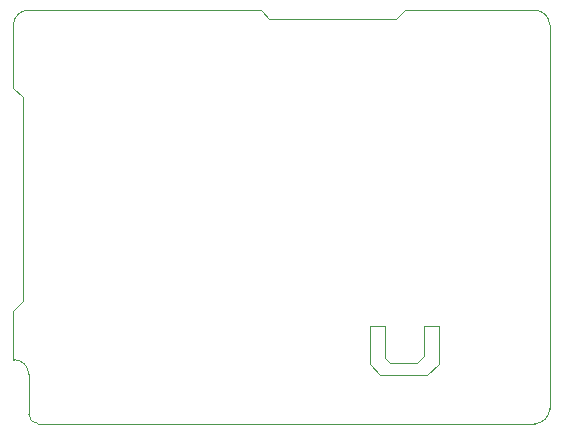
<source format=gm1>
%FSLAX44Y44*%
%MOMM*%
G71*
G01*
G75*
G04 Layer_Color=16711935*
G04:AMPARAMS|DCode=10|XSize=2.8194mm|YSize=1.016mm|CornerRadius=0.508mm|HoleSize=0mm|Usage=FLASHONLY|Rotation=90.000|XOffset=0mm|YOffset=0mm|HoleType=Round|Shape=RoundedRectangle|*
%AMROUNDEDRECTD10*
21,1,2.8194,0.0000,0,0,90.0*
21,1,1.8034,1.0160,0,0,90.0*
1,1,1.0160,0.0000,0.9017*
1,1,1.0160,0.0000,-0.9017*
1,1,1.0160,0.0000,-0.9017*
1,1,1.0160,0.0000,0.9017*
%
%ADD10ROUNDEDRECTD10*%
G04:AMPARAMS|DCode=11|XSize=0.6096mm|YSize=1.7018mm|CornerRadius=0.3048mm|HoleSize=0mm|Usage=FLASHONLY|Rotation=0.000|XOffset=0mm|YOffset=0mm|HoleType=Round|Shape=RoundedRectangle|*
%AMROUNDEDRECTD11*
21,1,0.6096,1.0922,0,0,0.0*
21,1,0.0000,1.7018,0,0,0.0*
1,1,0.6096,0.0000,-0.5461*
1,1,0.6096,0.0000,-0.5461*
1,1,0.6096,0.0000,0.5461*
1,1,0.6096,0.0000,0.5461*
%
%ADD11ROUNDEDRECTD11*%
G04:AMPARAMS|DCode=12|XSize=0.508mm|YSize=0.6096mm|CornerRadius=0mm|HoleSize=0mm|Usage=FLASHONLY|Rotation=45.000|XOffset=0mm|YOffset=0mm|HoleType=Round|Shape=Rectangle|*
%AMROTATEDRECTD12*
4,1,4,0.0359,-0.3951,-0.3951,0.0359,-0.0359,0.3951,0.3951,-0.0359,0.0359,-0.3951,0.0*
%
%ADD12ROTATEDRECTD12*%

G04:AMPARAMS|DCode=13|XSize=0.3mm|YSize=1.8mm|CornerRadius=0mm|HoleSize=0mm|Usage=FLASHONLY|Rotation=225.000|XOffset=0mm|YOffset=0mm|HoleType=Round|Shape=Round|*
%AMOVALD13*
21,1,1.5000,0.3000,0.0000,0.0000,315.0*
1,1,0.3000,-0.5303,0.5303*
1,1,0.3000,0.5303,-0.5303*
%
%ADD13OVALD13*%

G04:AMPARAMS|DCode=14|XSize=0.3mm|YSize=1.8mm|CornerRadius=0mm|HoleSize=0mm|Usage=FLASHONLY|Rotation=315.000|XOffset=0mm|YOffset=0mm|HoleType=Round|Shape=Round|*
%AMOVALD14*
21,1,1.5000,0.3000,0.0000,0.0000,45.0*
1,1,0.3000,-0.5303,-0.5303*
1,1,0.3000,0.5303,0.5303*
%
%ADD14OVALD14*%

%ADD15R,0.6096X0.5080*%
%ADD16R,0.5080X0.6096*%
G04:AMPARAMS|DCode=17|XSize=0.508mm|YSize=0.6096mm|CornerRadius=0.127mm|HoleSize=0mm|Usage=FLASHONLY|Rotation=225.000|XOffset=0mm|YOffset=0mm|HoleType=Round|Shape=RoundedRectangle|*
%AMROUNDEDRECTD17*
21,1,0.5080,0.3556,0,0,225.0*
21,1,0.2540,0.6096,0,0,225.0*
1,1,0.2540,-0.2155,0.0359*
1,1,0.2540,-0.0359,0.2155*
1,1,0.2540,0.2155,-0.0359*
1,1,0.2540,0.0359,-0.2155*
%
%ADD17ROUNDEDRECTD17*%
%ADD18R,0.4318X1.3208*%
G04:AMPARAMS|DCode=19|XSize=0.6096mm|YSize=0.9144mm|CornerRadius=0.1524mm|HoleSize=0mm|Usage=FLASHONLY|Rotation=270.000|XOffset=0mm|YOffset=0mm|HoleType=Round|Shape=RoundedRectangle|*
%AMROUNDEDRECTD19*
21,1,0.6096,0.6096,0,0,270.0*
21,1,0.3048,0.9144,0,0,270.0*
1,1,0.3048,-0.3048,-0.1524*
1,1,0.3048,-0.3048,0.1524*
1,1,0.3048,0.3048,0.1524*
1,1,0.3048,0.3048,-0.1524*
%
%ADD19ROUNDEDRECTD19*%
G04:AMPARAMS|DCode=20|XSize=0.508mm|YSize=0.6096mm|CornerRadius=0.127mm|HoleSize=0mm|Usage=FLASHONLY|Rotation=90.000|XOffset=0mm|YOffset=0mm|HoleType=Round|Shape=RoundedRectangle|*
%AMROUNDEDRECTD20*
21,1,0.5080,0.3556,0,0,90.0*
21,1,0.2540,0.6096,0,0,90.0*
1,1,0.2540,0.1778,0.1270*
1,1,0.2540,0.1778,-0.1270*
1,1,0.2540,-0.1778,-0.1270*
1,1,0.2540,-0.1778,0.1270*
%
%ADD20ROUNDEDRECTD20*%
G04:AMPARAMS|DCode=21|XSize=0.4572mm|YSize=0.2286mm|CornerRadius=0.0572mm|HoleSize=0mm|Usage=FLASHONLY|Rotation=180.000|XOffset=0mm|YOffset=0mm|HoleType=Round|Shape=RoundedRectangle|*
%AMROUNDEDRECTD21*
21,1,0.4572,0.1143,0,0,180.0*
21,1,0.3429,0.2286,0,0,180.0*
1,1,0.1143,-0.1714,0.0572*
1,1,0.1143,0.1714,0.0572*
1,1,0.1143,0.1714,-0.0572*
1,1,0.1143,-0.1714,-0.0572*
%
%ADD21ROUNDEDRECTD21*%
G04:AMPARAMS|DCode=22|XSize=0.4572mm|YSize=0.2286mm|CornerRadius=0.0572mm|HoleSize=0mm|Usage=FLASHONLY|Rotation=90.000|XOffset=0mm|YOffset=0mm|HoleType=Round|Shape=RoundedRectangle|*
%AMROUNDEDRECTD22*
21,1,0.4572,0.1143,0,0,90.0*
21,1,0.3429,0.2286,0,0,90.0*
1,1,0.1143,0.0572,0.1714*
1,1,0.1143,0.0572,-0.1714*
1,1,0.1143,-0.0572,-0.1714*
1,1,0.1143,-0.0572,0.1714*
%
%ADD22ROUNDEDRECTD22*%
%ADD23R,0.9144X1.6002*%
G04:AMPARAMS|DCode=24|XSize=0.9144mm|YSize=1.6002mm|CornerRadius=0mm|HoleSize=0mm|Usage=FLASHONLY|Rotation=315.000|XOffset=0mm|YOffset=0mm|HoleType=Round|Shape=Rectangle|*
%AMROTATEDRECTD24*
4,1,4,-0.8891,-0.2425,0.2425,0.8891,0.8891,0.2425,-0.2425,-0.8891,-0.8891,-0.2425,0.0*
%
%ADD24ROTATEDRECTD24*%

%ADD25R,0.4064X0.4064*%
%ADD26R,0.6096X0.6096*%
%ADD27R,0.4572X1.7018*%
%ADD28R,0.4064X0.4064*%
%ADD29R,0.6096X0.6096*%
G04:AMPARAMS|DCode=30|XSize=1.4224mm|YSize=1.2192mm|CornerRadius=0mm|HoleSize=0mm|Usage=FLASHONLY|Rotation=315.019|XOffset=0mm|YOffset=0mm|HoleType=Round|Shape=Rectangle|*
%AMROTATEDRECTD30*
4,1,4,-0.9340,0.0715,-0.0722,0.9339,0.9340,-0.0715,0.0722,-0.9339,-0.9340,0.0715,0.0*
%
%ADD30ROTATEDRECTD30*%

%ADD31R,0.8128X0.8128*%
%ADD32R,1.1176X2.0066*%
%ADD33R,0.9144X0.7112*%
G04:AMPARAMS|DCode=34|XSize=0.7112mm|YSize=0.9144mm|CornerRadius=0.1778mm|HoleSize=0mm|Usage=FLASHONLY|Rotation=90.000|XOffset=0mm|YOffset=0mm|HoleType=Round|Shape=RoundedRectangle|*
%AMROUNDEDRECTD34*
21,1,0.7112,0.5588,0,0,90.0*
21,1,0.3556,0.9144,0,0,90.0*
1,1,0.3556,0.2794,0.1778*
1,1,0.3556,0.2794,-0.1778*
1,1,0.3556,-0.2794,-0.1778*
1,1,0.3556,-0.2794,0.1778*
%
%ADD34ROUNDEDRECTD34*%
G04:AMPARAMS|DCode=35|XSize=0.508mm|YSize=0.6096mm|CornerRadius=0mm|HoleSize=0mm|Usage=FLASHONLY|Rotation=270.010|XOffset=0mm|YOffset=0mm|HoleType=Round|Shape=Rectangle|*
%AMROTATEDRECTD35*
4,1,4,-0.3048,0.2540,0.3048,0.2541,0.3048,-0.2540,-0.3048,-0.2541,-0.3048,0.2540,0.0*
%
%ADD35ROTATEDRECTD35*%

G04:AMPARAMS|DCode=36|XSize=0.4064mm|YSize=1.0414mm|CornerRadius=0mm|HoleSize=0mm|Usage=FLASHONLY|Rotation=135.009|XOffset=0mm|YOffset=0mm|HoleType=Round|Shape=Rectangle|*
%AMROTATEDRECTD36*
4,1,4,0.5118,0.2246,-0.2244,-0.5119,-0.5118,-0.2246,0.2244,0.5119,0.5118,0.2246,0.0*
%
%ADD36ROTATEDRECTD36*%

G04:AMPARAMS|DCode=37|XSize=0.7112mm|YSize=0.9144mm|CornerRadius=0mm|HoleSize=0mm|Usage=FLASHONLY|Rotation=0.002|XOffset=0mm|YOffset=0mm|HoleType=Round|Shape=Rectangle|*
%AMROTATEDRECTD37*
4,1,4,-0.3556,-0.4572,-0.3556,0.4572,0.3556,0.4572,0.3556,-0.4572,-0.3556,-0.4572,0.0*
%
%ADD37ROTATEDRECTD37*%

%ADD38P,1.1495X4X315.0*%
G04:AMPARAMS|DCode=39|XSize=0.6604mm|YSize=0.3048mm|CornerRadius=0mm|HoleSize=0mm|Usage=FLASHONLY|Rotation=270.002|XOffset=0mm|YOffset=0mm|HoleType=Round|Shape=Rectangle|*
%AMROTATEDRECTD39*
4,1,4,-0.1524,0.3302,0.1524,0.3302,0.1524,-0.3302,-0.1524,-0.3302,-0.1524,0.3302,0.0*
%
%ADD39ROTATEDRECTD39*%

G04:AMPARAMS|DCode=40|XSize=0.6604mm|YSize=0.3048mm|CornerRadius=0mm|HoleSize=0mm|Usage=FLASHONLY|Rotation=180.002|XOffset=0mm|YOffset=0mm|HoleType=Round|Shape=Rectangle|*
%AMROTATEDRECTD40*
4,1,4,0.3302,0.1524,0.3302,-0.1524,-0.3302,-0.1524,-0.3302,0.1524,0.3302,0.1524,0.0*
%
%ADD40ROTATEDRECTD40*%

G04:AMPARAMS|DCode=41|XSize=0.7112mm|YSize=1.016mm|CornerRadius=0mm|HoleSize=0mm|Usage=FLASHONLY|Rotation=90.010|XOffset=0mm|YOffset=0mm|HoleType=Round|Shape=Rectangle|*
%AMROTATEDRECTD41*
4,1,4,0.5081,-0.3555,-0.5079,-0.3557,-0.5081,0.3555,0.5079,0.3557,0.5081,-0.3555,0.0*
%
%ADD41ROTATEDRECTD41*%

G04:AMPARAMS|DCode=42|XSize=0.7112mm|YSize=1.016mm|CornerRadius=0.1778mm|HoleSize=0mm|Usage=FLASHONLY|Rotation=90.010|XOffset=0mm|YOffset=0mm|HoleType=Round|Shape=RoundedRectangle|*
%AMROUNDEDRECTD42*
21,1,0.7112,0.6604,0,0,90.0*
21,1,0.3556,1.0160,0,0,90.0*
1,1,0.3556,0.3302,0.1779*
1,1,0.3556,0.3302,-0.1777*
1,1,0.3556,-0.3302,-0.1779*
1,1,0.3556,-0.3302,0.1777*
%
%ADD42ROUNDEDRECTD42*%
%ADD43R,0.4318X2.0066*%
%ADD44R,2.0066X0.4318*%
%ADD45R,3.5052X0.4318*%
G04:AMPARAMS|DCode=46|XSize=0.7112mm|YSize=0.9144mm|CornerRadius=0mm|HoleSize=0mm|Usage=FLASHONLY|Rotation=135.009|XOffset=0mm|YOffset=0mm|HoleType=Round|Shape=Rectangle|*
%AMROTATEDRECTD46*
4,1,4,0.5747,0.0719,-0.0717,-0.5747,-0.5747,-0.0719,0.0717,0.5747,0.5747,0.0719,0.0*
%
%ADD46ROTATEDRECTD46*%

G04:AMPARAMS|DCode=47|XSize=0.508mm|YSize=0.6096mm|CornerRadius=0mm|HoleSize=0mm|Usage=FLASHONLY|Rotation=0.002|XOffset=0mm|YOffset=0mm|HoleType=Round|Shape=Rectangle|*
%AMROTATEDRECTD47*
4,1,4,-0.2540,-0.3048,-0.2540,0.3048,0.2540,0.3048,0.2540,-0.3048,-0.2540,-0.3048,0.0*
%
%ADD47ROTATEDRECTD47*%

G04:AMPARAMS|DCode=48|XSize=0.6096mm|YSize=0.9144mm|CornerRadius=0.1524mm|HoleSize=0mm|Usage=FLASHONLY|Rotation=180.000|XOffset=0mm|YOffset=0mm|HoleType=Round|Shape=RoundedRectangle|*
%AMROUNDEDRECTD48*
21,1,0.6096,0.6096,0,0,180.0*
21,1,0.3048,0.9144,0,0,180.0*
1,1,0.3048,-0.1524,0.3048*
1,1,0.3048,0.1524,0.3048*
1,1,0.3048,0.1524,-0.3048*
1,1,0.3048,-0.1524,-0.3048*
%
%ADD48ROUNDEDRECTD48*%
G04:AMPARAMS|DCode=49|XSize=0.6096mm|YSize=0.9144mm|CornerRadius=0.1524mm|HoleSize=0mm|Usage=FLASHONLY|Rotation=45.000|XOffset=0mm|YOffset=0mm|HoleType=Round|Shape=RoundedRectangle|*
%AMROUNDEDRECTD49*
21,1,0.6096,0.6096,0,0,45.0*
21,1,0.3048,0.9144,0,0,45.0*
1,1,0.3048,0.3233,-0.1078*
1,1,0.3048,0.1078,-0.3233*
1,1,0.3048,-0.3233,0.1078*
1,1,0.3048,-0.1078,0.3233*
%
%ADD49ROUNDEDRECTD49*%
G04:AMPARAMS|DCode=50|XSize=0.7112mm|YSize=0.9144mm|CornerRadius=0mm|HoleSize=0mm|Usage=FLASHONLY|Rotation=45.011|XOffset=0mm|YOffset=0mm|HoleType=Round|Shape=Rectangle|*
%AMROTATEDRECTD50*
4,1,4,0.0720,-0.5747,-0.5747,0.0717,-0.0720,0.5747,0.5747,-0.0717,0.0720,-0.5747,0.0*
%
%ADD50ROTATEDRECTD50*%

G04:AMPARAMS|DCode=51|XSize=0.7112mm|YSize=0.9144mm|CornerRadius=0mm|HoleSize=0mm|Usage=FLASHONLY|Rotation=0.010|XOffset=0mm|YOffset=0mm|HoleType=Round|Shape=Rectangle|*
%AMROTATEDRECTD51*
4,1,4,-0.3555,-0.4573,-0.3557,0.4571,0.3555,0.4573,0.3557,-0.4571,-0.3555,-0.4573,0.0*
%
%ADD51ROTATEDRECTD51*%

G04:AMPARAMS|DCode=52|XSize=1.4224mm|YSize=1.0668mm|CornerRadius=0mm|HoleSize=0mm|Usage=FLASHONLY|Rotation=270.010|XOffset=0mm|YOffset=0mm|HoleType=Round|Shape=Rectangle|*
%AMROTATEDRECTD52*
4,1,4,-0.5335,0.7111,0.5333,0.7113,0.5335,-0.7111,-0.5333,-0.7113,-0.5335,0.7111,0.0*
%
%ADD52ROTATEDRECTD52*%

G04:AMPARAMS|DCode=53|XSize=0.7112mm|YSize=0.9144mm|CornerRadius=0mm|HoleSize=0mm|Usage=FLASHONLY|Rotation=90.010|XOffset=0mm|YOffset=0mm|HoleType=Round|Shape=Rectangle|*
%AMROTATEDRECTD53*
4,1,4,0.4573,-0.3555,-0.4571,-0.3557,-0.4573,0.3555,0.4571,0.3557,0.4573,-0.3555,0.0*
%
%ADD53ROTATEDRECTD53*%

G04:AMPARAMS|DCode=54|XSize=0.508mm|YSize=0.6096mm|CornerRadius=0mm|HoleSize=0mm|Usage=FLASHONLY|Rotation=135.000|XOffset=0mm|YOffset=0mm|HoleType=Round|Shape=Rectangle|*
%AMROTATEDRECTD54*
4,1,4,0.3951,0.0359,-0.0359,-0.3951,-0.3951,-0.0359,0.0359,0.3951,0.3951,0.0359,0.0*
%
%ADD54ROTATEDRECTD54*%

G04:AMPARAMS|DCode=55|XSize=0.5588mm|YSize=1.2192mm|CornerRadius=0.1397mm|HoleSize=0mm|Usage=FLASHONLY|Rotation=0.002|XOffset=0mm|YOffset=0mm|HoleType=Round|Shape=RoundedRectangle|*
%AMROUNDEDRECTD55*
21,1,0.5588,0.9398,0,0,0.0*
21,1,0.2794,1.2192,0,0,0.0*
1,1,0.2794,0.1397,-0.4699*
1,1,0.2794,-0.1397,-0.4699*
1,1,0.2794,-0.1397,0.4699*
1,1,0.2794,0.1397,0.4699*
%
%ADD55ROUNDEDRECTD55*%
G04:AMPARAMS|DCode=56|XSize=0.5588mm|YSize=1.2192mm|CornerRadius=0mm|HoleSize=0mm|Usage=FLASHONLY|Rotation=0.002|XOffset=0mm|YOffset=0mm|HoleType=Round|Shape=Rectangle|*
%AMROTATEDRECTD56*
4,1,4,-0.2794,-0.6096,-0.2794,0.6096,0.2794,0.6096,0.2794,-0.6096,-0.2794,-0.6096,0.0*
%
%ADD56ROTATEDRECTD56*%

G04:AMPARAMS|DCode=57|XSize=0.508mm|YSize=0.6096mm|CornerRadius=0mm|HoleSize=0mm|Usage=FLASHONLY|Rotation=135.009|XOffset=0mm|YOffset=0mm|HoleType=Round|Shape=Rectangle|*
%AMROTATEDRECTD57*
4,1,4,0.3951,0.0360,-0.0359,-0.3951,-0.3951,-0.0360,0.0359,0.3951,0.3951,0.0360,0.0*
%
%ADD57ROTATEDRECTD57*%

%ADD58R,1.4986X2.1082*%
%ADD59R,2.3876X1.9050*%
%ADD60R,1.1938X1.9050*%
%ADD61R,1.0160X1.1176*%
%ADD62R,1.3208X0.7112*%
%ADD63R,1.6002X0.9144*%
%ADD64C,0.1270*%
%ADD65C,0.3000*%
%ADD66C,0.5000*%
%ADD67C,0.7000*%
%ADD68C,0.2540*%
%ADD69C,0.3810*%
%ADD70O,2.5400X7.0000*%
%ADD71C,1.5000*%
%ADD72R,1.5000X1.5000*%
%ADD73C,4.1148*%
%ADD74C,4.6863*%
%ADD75R,1.2192X1.2192*%
%ADD76C,1.2192*%
%ADD77C,3.0861*%
%ADD78C,2.0860*%
G04:AMPARAMS|DCode=79|XSize=1.5mm|YSize=1mm|CornerRadius=0.25mm|HoleSize=0mm|Usage=FLASHONLY|Rotation=180.000|XOffset=0mm|YOffset=0mm|HoleType=Round|Shape=RoundedRectangle|*
%AMROUNDEDRECTD79*
21,1,1.5000,0.5000,0,0,180.0*
21,1,1.0000,1.0000,0,0,180.0*
1,1,0.5000,-0.5000,0.2500*
1,1,0.5000,0.5000,0.2500*
1,1,0.5000,0.5000,-0.2500*
1,1,0.5000,-0.5000,-0.2500*
%
%ADD79ROUNDEDRECTD79*%
%ADD80C,0.4500*%
%ADD81O,3.0000X9.0000*%
%ADD82R,0.7366X2.5000*%
%ADD83R,0.7366X2.7940*%
G04:AMPARAMS|DCode=84|XSize=1.016mm|YSize=1.016mm|CornerRadius=0.508mm|HoleSize=0mm|Usage=FLASHONLY|Rotation=90.000|XOffset=0mm|YOffset=0mm|HoleType=Round|Shape=RoundedRectangle|*
%AMROUNDEDRECTD84*
21,1,1.0160,0.0000,0,0,90.0*
21,1,0.0000,1.0160,0,0,90.0*
1,1,1.0160,0.0000,0.0000*
1,1,1.0160,0.0000,0.0000*
1,1,1.0160,0.0000,0.0000*
1,1,1.0160,0.0000,0.0000*
%
%ADD84ROUNDEDRECTD84*%
G04:AMPARAMS|DCode=85|XSize=1.27mm|YSize=1.27mm|CornerRadius=0.635mm|HoleSize=0mm|Usage=FLASHONLY|Rotation=90.000|XOffset=0mm|YOffset=0mm|HoleType=Round|Shape=RoundedRectangle|*
%AMROUNDEDRECTD85*
21,1,1.2700,0.0000,0,0,90.0*
21,1,0.0000,1.2700,0,0,90.0*
1,1,1.2700,0.0000,0.0000*
1,1,1.2700,0.0000,0.0000*
1,1,1.2700,0.0000,0.0000*
1,1,1.2700,0.0000,0.0000*
%
%ADD85ROUNDEDRECTD85*%
%ADD86C,0.0127*%
%ADD87C,0.6000*%
%ADD88C,0.2500*%
%ADD89C,0.1016*%
%ADD90C,0.3048*%
%ADD91C,0.2032*%
%ADD92C,0.0000*%
%ADD93C,0.0130*%
%ADD94C,0.2000*%
%ADD95C,0.1524*%
%ADD96C,0.5080*%
%ADD97C,1.6002*%
%ADD98C,0.4064*%
%ADD99R,0.0124X0.0218*%
%ADD100R,0.0232X0.0193*%
%ADD101R,0.0122X0.1005*%
%ADD102R,0.0225X0.1053*%
%ADD103R,1.3257X0.0530*%
%ADD104R,0.0055X0.0608*%
%ADD105R,0.7226X0.1174*%
%ADD106R,0.0406X0.0331*%
%ADD107R,0.0126X0.0144*%
%ADD108R,0.0245X0.0060*%
%ADD109R,0.0323X0.0218*%
%ADD110R,0.0323X0.0207*%
%ADD111R,0.0082X0.0146*%
%ADD112R,0.0254X0.0212*%
%ADD113R,0.0044X0.0416*%
%ADD114R,0.0337X0.0459*%
%ADD115R,0.0049X0.0274*%
%ADD116R,0.0497X0.0384*%
%ADD117R,0.0472X0.0218*%
%ADD118R,0.0427X0.0300*%
%ADD119R,0.0572X0.0286*%
%ADD120R,0.0335X0.0872*%
%ADD121R,0.0398X0.0221*%
%ADD122R,0.0732X0.0568*%
%ADD123R,0.0288X0.0181*%
%ADD124R,0.0393X0.0104*%
%ADD125R,0.0484X0.0328*%
%ADD126R,0.0541X0.0809*%
%ADD127R,0.0479X0.0922*%
%ADD128R,0.0304X0.0082*%
%ADD129R,0.0294X0.1092*%
%ADD130R,0.0278X0.0228*%
%ADD131R,0.0168X0.0271*%
%ADD132R,0.0227X0.0739*%
%ADD133R,0.0521X0.0883*%
%ADD134R,0.0356X0.1063*%
%ADD135R,0.0039X0.0299*%
%ADD136R,0.0735X0.0567*%
%ADD137R,0.0876X0.0324*%
%ADD138R,0.1143X0.0771*%
%ADD139R,0.0019X0.0732*%
%ADD140R,0.0077X0.0288*%
%ADD141R,0.0432X0.0393*%
%ADD142R,0.0587X0.0587*%
%ADD143R,0.1174X0.0587*%
%ADD144R,0.7209X0.1174*%
%ADD145R,0.1154X0.0734*%
%ADD146R,0.1174X0.5264*%
%ADD147R,0.7193X0.1174*%
%ADD148R,0.1174X0.5264*%
G04:AMPARAMS|DCode=149|XSize=0.1524mm|YSize=0.6048mm|CornerRadius=0mm|HoleSize=0mm|Usage=FLASHONLY|Rotation=45.000|XOffset=0mm|YOffset=0mm|HoleType=Round|Shape=Rectangle|*
%AMROTATEDRECTD149*
4,1,4,0.1600,-0.2677,-0.2677,0.1600,-0.1600,0.2677,0.2677,-0.1600,0.1600,-0.2677,0.0*
%
%ADD149ROTATEDRECTD149*%

%ADD150R,0.6048X0.1524*%
%ADD151R,0.1524X0.6048*%
G04:AMPARAMS|DCode=152|XSize=0.1524mm|YSize=0.6048mm|CornerRadius=0mm|HoleSize=0mm|Usage=FLASHONLY|Rotation=270.010|XOffset=0mm|YOffset=0mm|HoleType=Round|Shape=Rectangle|*
%AMROTATEDRECTD152*
4,1,4,-0.3024,0.0762,0.3024,0.0763,0.3024,-0.0762,-0.3024,-0.0763,-0.3024,0.0762,0.0*
%
%ADD152ROTATEDRECTD152*%

G04:AMPARAMS|DCode=153|XSize=0.1524mm|YSize=0.6048mm|CornerRadius=0mm|HoleSize=0mm|Usage=FLASHONLY|Rotation=0.002|XOffset=0mm|YOffset=0mm|HoleType=Round|Shape=Rectangle|*
%AMROTATEDRECTD153*
4,1,4,-0.0762,-0.3024,-0.0762,0.3024,0.0762,0.3024,0.0762,-0.3024,-0.0762,-0.3024,0.0*
%
%ADD153ROTATEDRECTD153*%

%ADD154R,0.7112X0.4064*%
G04:AMPARAMS|DCode=155|XSize=0.1524mm|YSize=0.6048mm|CornerRadius=0mm|HoleSize=0mm|Usage=FLASHONLY|Rotation=135.000|XOffset=0mm|YOffset=0mm|HoleType=Round|Shape=Rectangle|*
%AMROTATEDRECTD155*
4,1,4,0.2677,0.1600,-0.1600,-0.2677,-0.2677,-0.1600,0.1600,0.2677,0.2677,0.1600,0.0*
%
%ADD155ROTATEDRECTD155*%

%ADD156R,0.7620X0.4572*%
G04:AMPARAMS|DCode=157|XSize=2.6162mm|YSize=0.8128mm|CornerRadius=0.4064mm|HoleSize=0mm|Usage=FLASHONLY|Rotation=90.000|XOffset=0mm|YOffset=0mm|HoleType=Round|Shape=RoundedRectangle|*
%AMROUNDEDRECTD157*
21,1,2.6162,0.0000,0,0,90.0*
21,1,1.8034,0.8128,0,0,90.0*
1,1,0.8128,0.0000,0.9017*
1,1,0.8128,0.0000,-0.9017*
1,1,0.8128,0.0000,-0.9017*
1,1,0.8128,0.0000,0.9017*
%
%ADD157ROUNDEDRECTD157*%
G04:AMPARAMS|DCode=158|XSize=0.4064mm|YSize=1.4986mm|CornerRadius=0.2032mm|HoleSize=0mm|Usage=FLASHONLY|Rotation=0.000|XOffset=0mm|YOffset=0mm|HoleType=Round|Shape=RoundedRectangle|*
%AMROUNDEDRECTD158*
21,1,0.4064,1.0922,0,0,0.0*
21,1,0.0000,1.4986,0,0,0.0*
1,1,0.4064,0.0000,-0.5461*
1,1,0.4064,0.0000,-0.5461*
1,1,0.4064,0.0000,0.5461*
1,1,0.4064,0.0000,0.5461*
%
%ADD158ROUNDEDRECTD158*%
G04:AMPARAMS|DCode=159|XSize=0.3048mm|YSize=0.4064mm|CornerRadius=0mm|HoleSize=0mm|Usage=FLASHONLY|Rotation=45.000|XOffset=0mm|YOffset=0mm|HoleType=Round|Shape=Rectangle|*
%AMROTATEDRECTD159*
4,1,4,0.0359,-0.2515,-0.2515,0.0359,-0.0359,0.2515,0.2515,-0.0359,0.0359,-0.2515,0.0*
%
%ADD159ROTATEDRECTD159*%

G04:AMPARAMS|DCode=160|XSize=0.0968mm|YSize=1.5968mm|CornerRadius=0mm|HoleSize=0mm|Usage=FLASHONLY|Rotation=225.000|XOffset=0mm|YOffset=0mm|HoleType=Round|Shape=Round|*
%AMOVALD160*
21,1,1.5000,0.0968,0.0000,0.0000,315.0*
1,1,0.0968,-0.5303,0.5303*
1,1,0.0968,0.5303,-0.5303*
%
%ADD160OVALD160*%

G04:AMPARAMS|DCode=161|XSize=0.0968mm|YSize=1.5968mm|CornerRadius=0mm|HoleSize=0mm|Usage=FLASHONLY|Rotation=315.000|XOffset=0mm|YOffset=0mm|HoleType=Round|Shape=Round|*
%AMOVALD161*
21,1,1.5000,0.0968,0.0000,0.0000,45.0*
1,1,0.0968,-0.5303,-0.5303*
1,1,0.0968,0.5303,0.5303*
%
%ADD161OVALD161*%

%ADD162R,0.4064X0.3048*%
%ADD163R,0.3048X0.4064*%
G04:AMPARAMS|DCode=164|XSize=0.3048mm|YSize=0.4064mm|CornerRadius=0.0254mm|HoleSize=0mm|Usage=FLASHONLY|Rotation=225.000|XOffset=0mm|YOffset=0mm|HoleType=Round|Shape=RoundedRectangle|*
%AMROUNDEDRECTD164*
21,1,0.3048,0.3556,0,0,225.0*
21,1,0.2540,0.4064,0,0,225.0*
1,1,0.0508,-0.2155,0.0359*
1,1,0.0508,-0.0359,0.2155*
1,1,0.0508,0.2155,-0.0359*
1,1,0.0508,0.0359,-0.2155*
%
%ADD164ROUNDEDRECTD164*%
%ADD165R,0.2286X1.1176*%
G04:AMPARAMS|DCode=166|XSize=0.4064mm|YSize=0.7112mm|CornerRadius=0.0508mm|HoleSize=0mm|Usage=FLASHONLY|Rotation=270.000|XOffset=0mm|YOffset=0mm|HoleType=Round|Shape=RoundedRectangle|*
%AMROUNDEDRECTD166*
21,1,0.4064,0.6096,0,0,270.0*
21,1,0.3048,0.7112,0,0,270.0*
1,1,0.1016,-0.3048,-0.1524*
1,1,0.1016,-0.3048,0.1524*
1,1,0.1016,0.3048,0.1524*
1,1,0.1016,0.3048,-0.1524*
%
%ADD166ROUNDEDRECTD166*%
G04:AMPARAMS|DCode=167|XSize=0.3048mm|YSize=0.4064mm|CornerRadius=0.0254mm|HoleSize=0mm|Usage=FLASHONLY|Rotation=90.000|XOffset=0mm|YOffset=0mm|HoleType=Round|Shape=RoundedRectangle|*
%AMROUNDEDRECTD167*
21,1,0.3048,0.3556,0,0,90.0*
21,1,0.2540,0.4064,0,0,90.0*
1,1,0.0508,0.1778,0.1270*
1,1,0.0508,0.1778,-0.1270*
1,1,0.0508,-0.1778,-0.1270*
1,1,0.0508,-0.1778,0.1270*
%
%ADD167ROUNDEDRECTD167*%
G04:AMPARAMS|DCode=168|XSize=0.254mm|YSize=0.0254mm|CornerRadius=0mm|HoleSize=0mm|Usage=FLASHONLY|Rotation=180.000|XOffset=0mm|YOffset=0mm|HoleType=Round|Shape=RoundedRectangle|*
%AMROUNDEDRECTD168*
21,1,0.2540,0.0254,0,0,180.0*
21,1,0.2540,0.0254,0,0,180.0*
1,1,0.0000,-0.1270,0.0127*
1,1,0.0000,0.1270,0.0127*
1,1,0.0000,0.1270,-0.0127*
1,1,0.0000,-0.1270,-0.0127*
%
%ADD168ROUNDEDRECTD168*%
G04:AMPARAMS|DCode=169|XSize=0.254mm|YSize=0.0254mm|CornerRadius=0mm|HoleSize=0mm|Usage=FLASHONLY|Rotation=90.000|XOffset=0mm|YOffset=0mm|HoleType=Round|Shape=RoundedRectangle|*
%AMROUNDEDRECTD169*
21,1,0.2540,0.0254,0,0,90.0*
21,1,0.2540,0.0254,0,0,90.0*
1,1,0.0000,0.0127,0.1270*
1,1,0.0000,0.0127,-0.1270*
1,1,0.0000,-0.0127,-0.1270*
1,1,0.0000,-0.0127,0.1270*
%
%ADD169ROUNDEDRECTD169*%
%ADD170R,0.7112X1.3970*%
G04:AMPARAMS|DCode=171|XSize=0.7112mm|YSize=1.397mm|CornerRadius=0mm|HoleSize=0mm|Usage=FLASHONLY|Rotation=315.000|XOffset=0mm|YOffset=0mm|HoleType=Round|Shape=Rectangle|*
%AMROTATEDRECTD171*
4,1,4,-0.7454,-0.2425,0.2425,0.7454,0.7454,0.2425,-0.2425,-0.7454,-0.7454,-0.2425,0.0*
%
%ADD171ROTATEDRECTD171*%

%ADD172R,0.2032X0.2032*%
%ADD173R,0.2540X1.4986*%
%ADD174R,0.2032X0.2032*%
G04:AMPARAMS|DCode=175|XSize=1.2192mm|YSize=1.016mm|CornerRadius=0mm|HoleSize=0mm|Usage=FLASHONLY|Rotation=315.019|XOffset=0mm|YOffset=0mm|HoleType=Round|Shape=Rectangle|*
%AMROTATEDRECTD175*
4,1,4,-0.7903,0.0716,-0.0721,0.7902,0.7903,-0.0716,0.0721,-0.7902,-0.7903,0.0716,0.0*
%
%ADD175ROTATEDRECTD175*%

%ADD176R,0.9144X1.8034*%
%ADD177R,0.7112X0.5080*%
G04:AMPARAMS|DCode=178|XSize=0.508mm|YSize=0.7112mm|CornerRadius=0.0762mm|HoleSize=0mm|Usage=FLASHONLY|Rotation=90.000|XOffset=0mm|YOffset=0mm|HoleType=Round|Shape=RoundedRectangle|*
%AMROUNDEDRECTD178*
21,1,0.5080,0.5588,0,0,90.0*
21,1,0.3556,0.7112,0,0,90.0*
1,1,0.1524,0.2794,0.1778*
1,1,0.1524,0.2794,-0.1778*
1,1,0.1524,-0.2794,-0.1778*
1,1,0.1524,-0.2794,0.1778*
%
%ADD178ROUNDEDRECTD178*%
G04:AMPARAMS|DCode=179|XSize=0.3048mm|YSize=0.4064mm|CornerRadius=0mm|HoleSize=0mm|Usage=FLASHONLY|Rotation=270.010|XOffset=0mm|YOffset=0mm|HoleType=Round|Shape=Rectangle|*
%AMROTATEDRECTD179*
4,1,4,-0.2032,0.1524,0.2032,0.1524,0.2032,-0.1524,-0.2032,-0.1524,-0.2032,0.1524,0.0*
%
%ADD179ROTATEDRECTD179*%

G04:AMPARAMS|DCode=180|XSize=0.2032mm|YSize=0.8382mm|CornerRadius=0mm|HoleSize=0mm|Usage=FLASHONLY|Rotation=135.009|XOffset=0mm|YOffset=0mm|HoleType=Round|Shape=Rectangle|*
%AMROTATEDRECTD180*
4,1,4,0.3682,0.2246,-0.2245,-0.3682,-0.3682,-0.2246,0.2245,0.3682,0.3682,0.2246,0.0*
%
%ADD180ROTATEDRECTD180*%

G04:AMPARAMS|DCode=181|XSize=0.508mm|YSize=0.7112mm|CornerRadius=0mm|HoleSize=0mm|Usage=FLASHONLY|Rotation=0.002|XOffset=0mm|YOffset=0mm|HoleType=Round|Shape=Rectangle|*
%AMROTATEDRECTD181*
4,1,4,-0.2540,-0.3556,-0.2540,0.3556,0.2540,0.3556,0.2540,-0.3556,-0.2540,-0.3556,0.0*
%
%ADD181ROTATEDRECTD181*%

G04:AMPARAMS|DCode=182|XSize=0.4572mm|YSize=0.1016mm|CornerRadius=0mm|HoleSize=0mm|Usage=FLASHONLY|Rotation=270.002|XOffset=0mm|YOffset=0mm|HoleType=Round|Shape=Rectangle|*
%AMROTATEDRECTD182*
4,1,4,-0.0508,0.2286,0.0508,0.2286,0.0508,-0.2286,-0.0508,-0.2286,-0.0508,0.2286,0.0*
%
%ADD182ROTATEDRECTD182*%

G04:AMPARAMS|DCode=183|XSize=0.4572mm|YSize=0.1016mm|CornerRadius=0mm|HoleSize=0mm|Usage=FLASHONLY|Rotation=180.002|XOffset=0mm|YOffset=0mm|HoleType=Round|Shape=Rectangle|*
%AMROTATEDRECTD183*
4,1,4,0.2286,0.0508,0.2286,-0.0508,-0.2286,-0.0508,-0.2286,0.0508,0.2286,0.0508,0.0*
%
%ADD183ROTATEDRECTD183*%

G04:AMPARAMS|DCode=184|XSize=0.508mm|YSize=0.8128mm|CornerRadius=0mm|HoleSize=0mm|Usage=FLASHONLY|Rotation=90.010|XOffset=0mm|YOffset=0mm|HoleType=Round|Shape=Rectangle|*
%AMROTATEDRECTD184*
4,1,4,0.4064,-0.2539,-0.4064,-0.2541,-0.4064,0.2539,0.4064,0.2541,0.4064,-0.2539,0.0*
%
%ADD184ROTATEDRECTD184*%

G04:AMPARAMS|DCode=185|XSize=0.508mm|YSize=0.8128mm|CornerRadius=0.0762mm|HoleSize=0mm|Usage=FLASHONLY|Rotation=90.010|XOffset=0mm|YOffset=0mm|HoleType=Round|Shape=RoundedRectangle|*
%AMROUNDEDRECTD185*
21,1,0.5080,0.6604,0,0,90.0*
21,1,0.3556,0.8128,0,0,90.0*
1,1,0.1524,0.3302,0.1779*
1,1,0.1524,0.3302,-0.1777*
1,1,0.1524,-0.3302,-0.1779*
1,1,0.1524,-0.3302,0.1777*
%
%ADD185ROUNDEDRECTD185*%
%ADD186R,0.2286X1.8034*%
%ADD187R,1.8034X0.2286*%
%ADD188R,3.3020X0.2286*%
G04:AMPARAMS|DCode=189|XSize=0.508mm|YSize=0.7112mm|CornerRadius=0mm|HoleSize=0mm|Usage=FLASHONLY|Rotation=135.009|XOffset=0mm|YOffset=0mm|HoleType=Round|Shape=Rectangle|*
%AMROTATEDRECTD189*
4,1,4,0.4310,0.0719,-0.0718,-0.4311,-0.4310,-0.0719,0.0718,0.4311,0.4310,0.0719,0.0*
%
%ADD189ROTATEDRECTD189*%

G04:AMPARAMS|DCode=190|XSize=0.3048mm|YSize=0.4064mm|CornerRadius=0mm|HoleSize=0mm|Usage=FLASHONLY|Rotation=0.002|XOffset=0mm|YOffset=0mm|HoleType=Round|Shape=Rectangle|*
%AMROTATEDRECTD190*
4,1,4,-0.1524,-0.2032,-0.1524,0.2032,0.1524,0.2032,0.1524,-0.2032,-0.1524,-0.2032,0.0*
%
%ADD190ROTATEDRECTD190*%

G04:AMPARAMS|DCode=191|XSize=0.4064mm|YSize=0.7112mm|CornerRadius=0.0508mm|HoleSize=0mm|Usage=FLASHONLY|Rotation=180.000|XOffset=0mm|YOffset=0mm|HoleType=Round|Shape=RoundedRectangle|*
%AMROUNDEDRECTD191*
21,1,0.4064,0.6096,0,0,180.0*
21,1,0.3048,0.7112,0,0,180.0*
1,1,0.1016,-0.1524,0.3048*
1,1,0.1016,0.1524,0.3048*
1,1,0.1016,0.1524,-0.3048*
1,1,0.1016,-0.1524,-0.3048*
%
%ADD191ROUNDEDRECTD191*%
G04:AMPARAMS|DCode=192|XSize=0.4064mm|YSize=0.7112mm|CornerRadius=0.0508mm|HoleSize=0mm|Usage=FLASHONLY|Rotation=45.000|XOffset=0mm|YOffset=0mm|HoleType=Round|Shape=RoundedRectangle|*
%AMROUNDEDRECTD192*
21,1,0.4064,0.6096,0,0,45.0*
21,1,0.3048,0.7112,0,0,45.0*
1,1,0.1016,0.3233,-0.1078*
1,1,0.1016,0.1078,-0.3233*
1,1,0.1016,-0.3233,0.1078*
1,1,0.1016,-0.1078,0.3233*
%
%ADD192ROUNDEDRECTD192*%
G04:AMPARAMS|DCode=193|XSize=0.508mm|YSize=0.7112mm|CornerRadius=0mm|HoleSize=0mm|Usage=FLASHONLY|Rotation=45.011|XOffset=0mm|YOffset=0mm|HoleType=Round|Shape=Rectangle|*
%AMROTATEDRECTD193*
4,1,4,0.0719,-0.4310,-0.4311,0.0718,-0.0719,0.4310,0.4311,-0.0718,0.0719,-0.4310,0.0*
%
%ADD193ROTATEDRECTD193*%

G04:AMPARAMS|DCode=194|XSize=0.508mm|YSize=0.7112mm|CornerRadius=0mm|HoleSize=0mm|Usage=FLASHONLY|Rotation=0.010|XOffset=0mm|YOffset=0mm|HoleType=Round|Shape=Rectangle|*
%AMROTATEDRECTD194*
4,1,4,-0.2539,-0.3556,-0.2541,0.3556,0.2539,0.3556,0.2541,-0.3556,-0.2539,-0.3556,0.0*
%
%ADD194ROTATEDRECTD194*%

G04:AMPARAMS|DCode=195|XSize=1.2192mm|YSize=0.8636mm|CornerRadius=0mm|HoleSize=0mm|Usage=FLASHONLY|Rotation=270.010|XOffset=0mm|YOffset=0mm|HoleType=Round|Shape=Rectangle|*
%AMROTATEDRECTD195*
4,1,4,-0.4319,0.6095,0.4317,0.6097,0.4319,-0.6095,-0.4317,-0.6097,-0.4319,0.6095,0.0*
%
%ADD195ROTATEDRECTD195*%

G04:AMPARAMS|DCode=196|XSize=0.508mm|YSize=0.7112mm|CornerRadius=0mm|HoleSize=0mm|Usage=FLASHONLY|Rotation=90.010|XOffset=0mm|YOffset=0mm|HoleType=Round|Shape=Rectangle|*
%AMROTATEDRECTD196*
4,1,4,0.3556,-0.2539,-0.3556,-0.2541,-0.3556,0.2539,0.3556,0.2541,0.3556,-0.2539,0.0*
%
%ADD196ROTATEDRECTD196*%

G04:AMPARAMS|DCode=197|XSize=0.3048mm|YSize=0.4064mm|CornerRadius=0mm|HoleSize=0mm|Usage=FLASHONLY|Rotation=135.000|XOffset=0mm|YOffset=0mm|HoleType=Round|Shape=Rectangle|*
%AMROTATEDRECTD197*
4,1,4,0.2515,0.0359,-0.0359,-0.2515,-0.2515,-0.0359,0.0359,0.2515,0.2515,0.0359,0.0*
%
%ADD197ROTATEDRECTD197*%

G04:AMPARAMS|DCode=198|XSize=0.3556mm|YSize=1.016mm|CornerRadius=0.0381mm|HoleSize=0mm|Usage=FLASHONLY|Rotation=0.002|XOffset=0mm|YOffset=0mm|HoleType=Round|Shape=RoundedRectangle|*
%AMROUNDEDRECTD198*
21,1,0.3556,0.9398,0,0,0.0*
21,1,0.2794,1.0160,0,0,0.0*
1,1,0.0762,0.1397,-0.4699*
1,1,0.0762,-0.1397,-0.4699*
1,1,0.0762,-0.1397,0.4699*
1,1,0.0762,0.1397,0.4699*
%
%ADD198ROUNDEDRECTD198*%
G04:AMPARAMS|DCode=199|XSize=0.3556mm|YSize=1.016mm|CornerRadius=0mm|HoleSize=0mm|Usage=FLASHONLY|Rotation=0.002|XOffset=0mm|YOffset=0mm|HoleType=Round|Shape=Rectangle|*
%AMROTATEDRECTD199*
4,1,4,-0.1778,-0.5080,-0.1778,0.5080,0.1778,0.5080,0.1778,-0.5080,-0.1778,-0.5080,0.0*
%
%ADD199ROTATEDRECTD199*%

G04:AMPARAMS|DCode=200|XSize=0.3048mm|YSize=0.4064mm|CornerRadius=0mm|HoleSize=0mm|Usage=FLASHONLY|Rotation=135.009|XOffset=0mm|YOffset=0mm|HoleType=Round|Shape=Rectangle|*
%AMROTATEDRECTD200*
4,1,4,0.2514,0.0360,-0.0359,-0.2515,-0.2514,-0.0360,0.0359,0.2515,0.2514,0.0360,0.0*
%
%ADD200ROTATEDRECTD200*%

%ADD201R,1.2954X1.9050*%
%ADD202R,2.1844X1.7018*%
%ADD203R,0.9906X1.7018*%
%ADD204R,0.8128X0.9144*%
%ADD205R,1.1176X0.5080*%
%ADD206R,1.3970X0.7112*%
G04:AMPARAMS|DCode=207|XSize=2.8702mm|YSize=1.0668mm|CornerRadius=0.5334mm|HoleSize=0mm|Usage=FLASHONLY|Rotation=90.000|XOffset=0mm|YOffset=0mm|HoleType=Round|Shape=RoundedRectangle|*
%AMROUNDEDRECTD207*
21,1,2.8702,0.0000,0,0,90.0*
21,1,1.8034,1.0668,0,0,90.0*
1,1,1.0668,0.0000,0.9017*
1,1,1.0668,0.0000,-0.9017*
1,1,1.0668,0.0000,-0.9017*
1,1,1.0668,0.0000,0.9017*
%
%ADD207ROUNDEDRECTD207*%
G04:AMPARAMS|DCode=208|XSize=0.6604mm|YSize=1.7526mm|CornerRadius=0.3302mm|HoleSize=0mm|Usage=FLASHONLY|Rotation=0.000|XOffset=0mm|YOffset=0mm|HoleType=Round|Shape=RoundedRectangle|*
%AMROUNDEDRECTD208*
21,1,0.6604,1.0922,0,0,0.0*
21,1,0.0000,1.7526,0,0,0.0*
1,1,0.6604,0.0000,-0.5461*
1,1,0.6604,0.0000,-0.5461*
1,1,0.6604,0.0000,0.5461*
1,1,0.6604,0.0000,0.5461*
%
%ADD208ROUNDEDRECTD208*%
G04:AMPARAMS|DCode=209|XSize=0.5588mm|YSize=0.6604mm|CornerRadius=0mm|HoleSize=0mm|Usage=FLASHONLY|Rotation=45.000|XOffset=0mm|YOffset=0mm|HoleType=Round|Shape=Rectangle|*
%AMROTATEDRECTD209*
4,1,4,0.0359,-0.4310,-0.4310,0.0359,-0.0359,0.4310,0.4310,-0.0359,0.0359,-0.4310,0.0*
%
%ADD209ROTATEDRECTD209*%

G04:AMPARAMS|DCode=210|XSize=0.3508mm|YSize=1.8508mm|CornerRadius=0mm|HoleSize=0mm|Usage=FLASHONLY|Rotation=225.000|XOffset=0mm|YOffset=0mm|HoleType=Round|Shape=Round|*
%AMOVALD210*
21,1,1.5000,0.3508,0.0000,0.0000,315.0*
1,1,0.3508,-0.5303,0.5303*
1,1,0.3508,0.5303,-0.5303*
%
%ADD210OVALD210*%

G04:AMPARAMS|DCode=211|XSize=0.3508mm|YSize=1.8508mm|CornerRadius=0mm|HoleSize=0mm|Usage=FLASHONLY|Rotation=315.000|XOffset=0mm|YOffset=0mm|HoleType=Round|Shape=Round|*
%AMOVALD211*
21,1,1.5000,0.3508,0.0000,0.0000,45.0*
1,1,0.3508,-0.5303,-0.5303*
1,1,0.3508,0.5303,0.5303*
%
%ADD211OVALD211*%

%ADD212R,0.6604X0.5588*%
%ADD213R,0.5588X0.6604*%
%ADD214R,0.4826X1.3716*%
G04:AMPARAMS|DCode=215|XSize=0.508mm|YSize=0.2794mm|CornerRadius=0.0826mm|HoleSize=0mm|Usage=FLASHONLY|Rotation=180.000|XOffset=0mm|YOffset=0mm|HoleType=Round|Shape=RoundedRectangle|*
%AMROUNDEDRECTD215*
21,1,0.5080,0.1143,0,0,180.0*
21,1,0.3429,0.2794,0,0,180.0*
1,1,0.1651,-0.1714,0.0572*
1,1,0.1651,0.1714,0.0572*
1,1,0.1651,0.1714,-0.0572*
1,1,0.1651,-0.1714,-0.0572*
%
%ADD215ROUNDEDRECTD215*%
G04:AMPARAMS|DCode=216|XSize=0.508mm|YSize=0.2794mm|CornerRadius=0.0826mm|HoleSize=0mm|Usage=FLASHONLY|Rotation=90.000|XOffset=0mm|YOffset=0mm|HoleType=Round|Shape=RoundedRectangle|*
%AMROUNDEDRECTD216*
21,1,0.5080,0.1143,0,0,90.0*
21,1,0.3429,0.2794,0,0,90.0*
1,1,0.1651,0.0572,0.1714*
1,1,0.1651,0.0572,-0.1714*
1,1,0.1651,-0.0572,-0.1714*
1,1,0.1651,-0.0572,0.1714*
%
%ADD216ROUNDEDRECTD216*%
%ADD217R,0.9652X1.6510*%
G04:AMPARAMS|DCode=218|XSize=0.9652mm|YSize=1.651mm|CornerRadius=0mm|HoleSize=0mm|Usage=FLASHONLY|Rotation=315.000|XOffset=0mm|YOffset=0mm|HoleType=Round|Shape=Rectangle|*
%AMROTATEDRECTD218*
4,1,4,-0.9250,-0.2425,0.2425,0.9250,0.9250,0.2425,-0.2425,-0.9250,-0.9250,-0.2425,0.0*
%
%ADD218ROTATEDRECTD218*%

%ADD219R,0.4572X0.4572*%
%ADD220R,0.6604X0.6604*%
%ADD221R,0.5080X1.7526*%
%ADD222R,0.4572X0.4572*%
%ADD223R,0.6604X0.6604*%
G04:AMPARAMS|DCode=224|XSize=1.4732mm|YSize=1.27mm|CornerRadius=0mm|HoleSize=0mm|Usage=FLASHONLY|Rotation=315.019|XOffset=0mm|YOffset=0mm|HoleType=Round|Shape=Rectangle|*
%AMROTATEDRECTD224*
4,1,4,-0.9699,0.0715,-0.0722,0.9698,0.9699,-0.0715,0.0722,-0.9698,-0.9699,0.0715,0.0*
%
%ADD224ROTATEDRECTD224*%

%ADD225R,0.8636X0.8636*%
%ADD226R,1.1684X2.0574*%
%ADD227R,0.9652X0.7620*%
G04:AMPARAMS|DCode=228|XSize=0.762mm|YSize=0.9652mm|CornerRadius=0.2032mm|HoleSize=0mm|Usage=FLASHONLY|Rotation=90.000|XOffset=0mm|YOffset=0mm|HoleType=Round|Shape=RoundedRectangle|*
%AMROUNDEDRECTD228*
21,1,0.7620,0.5588,0,0,90.0*
21,1,0.3556,0.9652,0,0,90.0*
1,1,0.4064,0.2794,0.1778*
1,1,0.4064,0.2794,-0.1778*
1,1,0.4064,-0.2794,-0.1778*
1,1,0.4064,-0.2794,0.1778*
%
%ADD228ROUNDEDRECTD228*%
G04:AMPARAMS|DCode=229|XSize=0.5588mm|YSize=0.6604mm|CornerRadius=0mm|HoleSize=0mm|Usage=FLASHONLY|Rotation=270.010|XOffset=0mm|YOffset=0mm|HoleType=Round|Shape=Rectangle|*
%AMROTATEDRECTD229*
4,1,4,-0.3302,0.2793,0.3302,0.2795,0.3302,-0.2793,-0.3302,-0.2795,-0.3302,0.2793,0.0*
%
%ADD229ROTATEDRECTD229*%

G04:AMPARAMS|DCode=230|XSize=0.4572mm|YSize=1.0922mm|CornerRadius=0mm|HoleSize=0mm|Usage=FLASHONLY|Rotation=135.009|XOffset=0mm|YOffset=0mm|HoleType=Round|Shape=Rectangle|*
%AMROTATEDRECTD230*
4,1,4,0.5478,0.2246,-0.2244,-0.5478,-0.5478,-0.2246,0.2244,0.5478,0.5478,0.2246,0.0*
%
%ADD230ROTATEDRECTD230*%

G04:AMPARAMS|DCode=231|XSize=0.762mm|YSize=0.9652mm|CornerRadius=0mm|HoleSize=0mm|Usage=FLASHONLY|Rotation=0.002|XOffset=0mm|YOffset=0mm|HoleType=Round|Shape=Rectangle|*
%AMROTATEDRECTD231*
4,1,4,-0.3810,-0.4826,-0.3810,0.4826,0.3810,0.4826,0.3810,-0.4826,-0.3810,-0.4826,0.0*
%
%ADD231ROTATEDRECTD231*%

%ADD232P,1.2213X4X315.0*%
G04:AMPARAMS|DCode=233|XSize=0.762mm|YSize=1.0668mm|CornerRadius=0mm|HoleSize=0mm|Usage=FLASHONLY|Rotation=90.010|XOffset=0mm|YOffset=0mm|HoleType=Round|Shape=Rectangle|*
%AMROTATEDRECTD233*
4,1,4,0.5335,-0.3809,-0.5333,-0.3811,-0.5335,0.3809,0.5333,0.3811,0.5335,-0.3809,0.0*
%
%ADD233ROTATEDRECTD233*%

G04:AMPARAMS|DCode=234|XSize=0.762mm|YSize=1.0668mm|CornerRadius=0.2032mm|HoleSize=0mm|Usage=FLASHONLY|Rotation=90.010|XOffset=0mm|YOffset=0mm|HoleType=Round|Shape=RoundedRectangle|*
%AMROUNDEDRECTD234*
21,1,0.7620,0.6604,0,0,90.0*
21,1,0.3556,1.0668,0,0,90.0*
1,1,0.4064,0.3302,0.1779*
1,1,0.4064,0.3302,-0.1777*
1,1,0.4064,-0.3302,-0.1779*
1,1,0.4064,-0.3302,0.1777*
%
%ADD234ROUNDEDRECTD234*%
%ADD235R,0.4826X2.0574*%
%ADD236R,2.0574X0.4826*%
%ADD237R,3.5560X0.4826*%
G04:AMPARAMS|DCode=238|XSize=0.762mm|YSize=0.9652mm|CornerRadius=0mm|HoleSize=0mm|Usage=FLASHONLY|Rotation=135.009|XOffset=0mm|YOffset=0mm|HoleType=Round|Shape=Rectangle|*
%AMROTATEDRECTD238*
4,1,4,0.6107,0.0719,-0.0717,-0.6107,-0.6107,-0.0719,0.0717,0.6107,0.6107,0.0719,0.0*
%
%ADD238ROTATEDRECTD238*%

G04:AMPARAMS|DCode=239|XSize=0.5588mm|YSize=0.6604mm|CornerRadius=0mm|HoleSize=0mm|Usage=FLASHONLY|Rotation=0.002|XOffset=0mm|YOffset=0mm|HoleType=Round|Shape=Rectangle|*
%AMROTATEDRECTD239*
4,1,4,-0.2794,-0.3302,-0.2794,0.3302,0.2794,0.3302,0.2794,-0.3302,-0.2794,-0.3302,0.0*
%
%ADD239ROTATEDRECTD239*%

G04:AMPARAMS|DCode=240|XSize=0.762mm|YSize=0.9652mm|CornerRadius=0mm|HoleSize=0mm|Usage=FLASHONLY|Rotation=45.011|XOffset=0mm|YOffset=0mm|HoleType=Round|Shape=Rectangle|*
%AMROTATEDRECTD240*
4,1,4,0.0720,-0.6106,-0.6107,0.0717,-0.0720,0.6106,0.6107,-0.0717,0.0720,-0.6106,0.0*
%
%ADD240ROTATEDRECTD240*%

G04:AMPARAMS|DCode=241|XSize=0.762mm|YSize=0.9652mm|CornerRadius=0mm|HoleSize=0mm|Usage=FLASHONLY|Rotation=0.010|XOffset=0mm|YOffset=0mm|HoleType=Round|Shape=Rectangle|*
%AMROTATEDRECTD241*
4,1,4,-0.3809,-0.4827,-0.3811,0.4825,0.3809,0.4827,0.3811,-0.4825,-0.3809,-0.4827,0.0*
%
%ADD241ROTATEDRECTD241*%

G04:AMPARAMS|DCode=242|XSize=1.4732mm|YSize=1.1176mm|CornerRadius=0mm|HoleSize=0mm|Usage=FLASHONLY|Rotation=270.010|XOffset=0mm|YOffset=0mm|HoleType=Round|Shape=Rectangle|*
%AMROTATEDRECTD242*
4,1,4,-0.5589,0.7365,0.5587,0.7367,0.5589,-0.7365,-0.5587,-0.7367,-0.5589,0.7365,0.0*
%
%ADD242ROTATEDRECTD242*%

G04:AMPARAMS|DCode=243|XSize=0.762mm|YSize=0.9652mm|CornerRadius=0mm|HoleSize=0mm|Usage=FLASHONLY|Rotation=90.010|XOffset=0mm|YOffset=0mm|HoleType=Round|Shape=Rectangle|*
%AMROTATEDRECTD243*
4,1,4,0.4827,-0.3809,-0.4825,-0.3811,-0.4827,0.3809,0.4825,0.3811,0.4827,-0.3809,0.0*
%
%ADD243ROTATEDRECTD243*%

G04:AMPARAMS|DCode=244|XSize=0.5588mm|YSize=0.6604mm|CornerRadius=0mm|HoleSize=0mm|Usage=FLASHONLY|Rotation=135.000|XOffset=0mm|YOffset=0mm|HoleType=Round|Shape=Rectangle|*
%AMROTATEDRECTD244*
4,1,4,0.4310,0.0359,-0.0359,-0.4310,-0.4310,-0.0359,0.0359,0.4310,0.4310,0.0359,0.0*
%
%ADD244ROTATEDRECTD244*%

G04:AMPARAMS|DCode=245|XSize=0.6096mm|YSize=1.27mm|CornerRadius=0.1651mm|HoleSize=0mm|Usage=FLASHONLY|Rotation=0.002|XOffset=0mm|YOffset=0mm|HoleType=Round|Shape=RoundedRectangle|*
%AMROUNDEDRECTD245*
21,1,0.6096,0.9398,0,0,0.0*
21,1,0.2794,1.2700,0,0,0.0*
1,1,0.3302,0.1397,-0.4699*
1,1,0.3302,-0.1397,-0.4699*
1,1,0.3302,-0.1397,0.4699*
1,1,0.3302,0.1397,0.4699*
%
%ADD245ROUNDEDRECTD245*%
G04:AMPARAMS|DCode=246|XSize=0.6096mm|YSize=1.27mm|CornerRadius=0mm|HoleSize=0mm|Usage=FLASHONLY|Rotation=0.002|XOffset=0mm|YOffset=0mm|HoleType=Round|Shape=Rectangle|*
%AMROTATEDRECTD246*
4,1,4,-0.3048,-0.6350,-0.3048,0.6350,0.3048,0.6350,0.3048,-0.6350,-0.3048,-0.6350,0.0*
%
%ADD246ROTATEDRECTD246*%

G04:AMPARAMS|DCode=247|XSize=0.5588mm|YSize=0.6604mm|CornerRadius=0mm|HoleSize=0mm|Usage=FLASHONLY|Rotation=135.009|XOffset=0mm|YOffset=0mm|HoleType=Round|Shape=Rectangle|*
%AMROTATEDRECTD247*
4,1,4,0.4310,0.0360,-0.0359,-0.4311,-0.4310,-0.0360,0.0359,0.4311,0.4310,0.0360,0.0*
%
%ADD247ROTATEDRECTD247*%

%ADD248R,1.5494X2.1590*%
%ADD249R,2.4384X1.9558*%
%ADD250R,1.2446X1.9558*%
%ADD251R,1.0668X1.1684*%
%ADD252R,1.3716X0.7620*%
%ADD253R,1.6510X0.9652*%
%ADD254O,2.5908X7.0508*%
%ADD255C,1.5508*%
%ADD256R,1.5508X1.5508*%
%ADD257C,4.1656*%
%ADD258C,4.7371*%
%ADD259R,1.2700X1.2700*%
%ADD260C,1.2700*%
%ADD261C,3.1369*%
%ADD262C,2.1368*%
G04:AMPARAMS|DCode=263|XSize=1.5508mm|YSize=1.0508mm|CornerRadius=0.2754mm|HoleSize=0mm|Usage=FLASHONLY|Rotation=180.000|XOffset=0mm|YOffset=0mm|HoleType=Round|Shape=RoundedRectangle|*
%AMROUNDEDRECTD263*
21,1,1.5508,0.5000,0,0,180.0*
21,1,1.0000,1.0508,0,0,180.0*
1,1,0.5508,-0.5000,0.2500*
1,1,0.5508,0.5000,0.2500*
1,1,0.5508,0.5000,-0.2500*
1,1,0.5508,-0.5000,-0.2500*
%
%ADD263ROUNDEDRECTD263*%
%ADD264C,0.0508*%
%ADD265C,0.5008*%
%ADD266R,0.7874X2.5508*%
%ADD267R,0.7874X2.8448*%
G04:AMPARAMS|DCode=268|XSize=1.0668mm|YSize=1.0668mm|CornerRadius=0.5334mm|HoleSize=0mm|Usage=FLASHONLY|Rotation=90.000|XOffset=0mm|YOffset=0mm|HoleType=Round|Shape=RoundedRectangle|*
%AMROUNDEDRECTD268*
21,1,1.0668,0.0000,0,0,90.0*
21,1,0.0000,1.0668,0,0,90.0*
1,1,1.0668,0.0000,0.0000*
1,1,1.0668,0.0000,0.0000*
1,1,1.0668,0.0000,0.0000*
1,1,1.0668,0.0000,0.0000*
%
%ADD268ROUNDEDRECTD268*%
G04:AMPARAMS|DCode=269|XSize=1.3208mm|YSize=1.3208mm|CornerRadius=0.6604mm|HoleSize=0mm|Usage=FLASHONLY|Rotation=90.000|XOffset=0mm|YOffset=0mm|HoleType=Round|Shape=RoundedRectangle|*
%AMROUNDEDRECTD269*
21,1,1.3208,0.0000,0,0,90.0*
21,1,0.0000,1.3208,0,0,90.0*
1,1,1.3208,0.0000,0.0000*
1,1,1.3208,0.0000,0.0000*
1,1,1.3208,0.0000,0.0000*
1,1,1.3208,0.0000,0.0000*
%
%ADD269ROUNDEDRECTD269*%
%ADD270O,3.0508X9.0508*%
%ADD271R,0.5334X2.2968*%
%ADD272R,0.5334X2.5908*%
%ADD273R,0.0218X0.0124*%
%ADD274R,0.0193X0.0232*%
%ADD275R,0.1005X0.0122*%
%ADD276R,0.1053X0.0225*%
%ADD277R,0.0530X1.3257*%
%ADD278R,0.0608X0.0055*%
%ADD279R,0.1174X0.7226*%
%ADD280R,0.0331X0.0406*%
%ADD281R,0.0144X0.0126*%
%ADD282R,0.0060X0.0245*%
%ADD283R,0.0218X0.0323*%
%ADD284R,0.0207X0.0323*%
%ADD285R,0.0146X0.0082*%
%ADD286R,0.0212X0.0254*%
%ADD287R,0.0416X0.0044*%
%ADD288R,0.0459X0.0337*%
%ADD289R,0.0274X0.0049*%
%ADD290R,0.0384X0.0497*%
%ADD291R,0.0218X0.0472*%
%ADD292R,0.0300X0.0427*%
%ADD293R,0.0286X0.0572*%
%ADD294R,0.0872X0.0335*%
%ADD295R,0.0221X0.0398*%
%ADD296R,0.0568X0.0732*%
%ADD297R,0.0181X0.0288*%
%ADD298R,0.0104X0.0393*%
%ADD299R,0.0328X0.0484*%
%ADD300R,0.0810X0.0541*%
%ADD301R,0.0922X0.0479*%
%ADD302R,0.0082X0.0304*%
%ADD303R,0.1092X0.0294*%
%ADD304R,0.0228X0.0278*%
%ADD305R,0.0271X0.0168*%
%ADD306R,0.0740X0.0227*%
%ADD307R,0.0883X0.0521*%
%ADD308R,0.1063X0.0356*%
%ADD309R,0.0299X0.0039*%
%ADD310R,0.0567X0.0735*%
%ADD311R,0.0324X0.0876*%
%ADD312R,0.0771X0.1143*%
%ADD313R,0.0732X0.0019*%
%ADD314R,0.0288X0.0077*%
%ADD315R,0.0393X0.0432*%
%ADD316R,0.0587X0.0587*%
%ADD317R,0.0587X0.1174*%
%ADD318R,0.1174X0.7209*%
%ADD319R,0.0734X0.1154*%
%ADD320R,0.5264X0.1174*%
%ADD321R,0.1174X0.7193*%
%ADD322R,0.5264X0.1174*%
%ADD323R,1.2700X1.2700*%
%ADD324R,15.1892X0.0305*%
%ADD325R,15.7226X0.0254*%
%ADD326R,15.9004X0.0254*%
%ADD327R,16.1036X0.0254*%
%ADD328R,16.2306X0.0254*%
%ADD329R,16.4084X0.0254*%
%ADD330R,16.4846X0.0254*%
%ADD331R,16.6370X0.0254*%
%ADD332R,16.7132X0.0254*%
%ADD333R,16.8148X0.0254*%
%ADD334R,16.8656X0.0254*%
%ADD335R,0.9144X0.0254*%
%ADD336R,1.0414X0.0254*%
%ADD337R,0.7366X0.0254*%
%ADD338R,0.8382X0.0254*%
%ADD339R,0.6350X0.0254*%
%ADD340R,0.7112X0.0254*%
%ADD341R,0.5842X0.0254*%
%ADD342R,0.5334X0.0254*%
%ADD343R,0.5080X0.0254*%
%ADD344R,0.5588X0.0254*%
%ADD345R,0.4826X0.0254*%
%ADD346R,0.4572X0.0254*%
%ADD347R,0.4318X0.0254*%
%ADD348R,0.4064X0.0254*%
%ADD349R,0.3810X0.0254*%
%ADD350R,0.3556X0.0254*%
%ADD351R,0.3302X0.0254*%
%ADD352R,0.3048X0.0254*%
%ADD353R,0.2794X0.0254*%
%ADD354R,0.3099X0.0254*%
%ADD355R,0.1778X0.0254*%
%ADD356R,0.2032X0.0254*%
%ADD357R,0.2540X0.0254*%
%ADD358R,1.4224X0.0254*%
%ADD359R,1.2700X0.0254*%
%ADD360R,1.2954X0.0254*%
%ADD361R,1.4478X0.0254*%
%ADD362R,1.3462X0.0254*%
%ADD363R,1.3716X0.0254*%
%ADD364R,1.4732X0.0254*%
%ADD365R,0.6604X0.0254*%
%ADD366R,1.4986X0.0254*%
%ADD367R,0.6858X0.0254*%
%ADD368R,1.5240X0.0254*%
%ADD369R,1.5494X0.0254*%
%ADD370R,0.7620X0.0254*%
%ADD371R,0.7874X0.0254*%
%ADD372R,0.8890X0.0254*%
%ADD373R,0.9398X0.0254*%
%ADD374R,0.9652X0.0254*%
%ADD375R,0.2286X0.0254*%
%ADD376R,0.9906X0.0254*%
%ADD377R,0.1524X0.0254*%
%ADD378R,0.6096X0.0254*%
%ADD379R,1.0160X0.0254*%
%ADD380R,2.2098X0.0254*%
%ADD381R,1.6764X0.0254*%
%ADD382R,1.0668X0.0254*%
%ADD383R,0.8636X0.0254*%
%ADD384R,2.3622X0.0254*%
%ADD385R,1.7018X0.0254*%
%ADD386R,1.1176X0.0254*%
%ADD387R,2.4892X0.0254*%
%ADD388R,1.7780X0.0254*%
%ADD389R,1.1684X0.0254*%
%ADD390R,2.5654X0.0254*%
%ADD391R,1.8034X0.0254*%
%ADD392R,1.1938X0.0254*%
%ADD393R,4.4450X0.0254*%
%ADD394R,1.2192X0.0254*%
%ADD395R,4.4704X0.0254*%
%ADD396R,1.2446X0.0254*%
%ADD397R,4.4958X0.0254*%
%ADD398R,4.5466X0.0254*%
%ADD399R,4.5720X0.0254*%
%ADD400R,4.5974X0.0254*%
%ADD401R,4.6482X0.0254*%
%ADD402R,4.6736X0.0254*%
%ADD403R,4.6990X0.0254*%
%ADD404R,4.7244X0.0254*%
%ADD405R,4.7752X0.0254*%
%ADD406R,4.8006X0.0254*%
%ADD407R,2.8194X0.0254*%
%ADD408R,1.0922X0.0254*%
%ADD409R,2.3114X0.0254*%
%ADD410R,2.2352X0.0254*%
%ADD411R,2.1336X0.0254*%
%ADD412R,2.1082X0.0254*%
%ADD413R,2.0320X0.0254*%
%ADD414R,2.0066X0.0254*%
%ADD415R,1.9304X0.0254*%
%ADD416R,1.9050X0.0254*%
%ADD417R,1.8288X0.0254*%
%ADD418R,1.7272X0.0254*%
%ADD419R,1.6256X0.0254*%
%ADD420R,1.6002X0.0254*%
%ADD421R,4.5212X0.0254*%
%ADD422R,4.8260X0.0254*%
%ADD423R,1.3970X0.0254*%
%ADD424R,4.8768X0.0254*%
%ADD425R,1.3208X0.0254*%
%ADD426R,4.9530X0.0254*%
%ADD427R,5.0038X0.0254*%
%ADD428R,5.0292X0.0254*%
%ADD429R,5.0546X0.0254*%
%ADD430R,5.0800X0.0254*%
%ADD431R,5.1054X0.0254*%
%ADD432R,5.1308X0.0254*%
%ADD433R,5.1562X0.0254*%
%ADD434R,5.1816X0.0254*%
%ADD435R,1.8796X0.0254*%
%ADD436R,1.1430X0.0254*%
%ADD437R,1.9812X0.0254*%
%ADD438R,2.0828X0.0254*%
%ADD439R,2.1844X0.0254*%
%ADD440R,2.2860X0.0254*%
%ADD441R,2.3368X0.0254*%
%ADD442R,4.3688X0.0254*%
%ADD443R,4.3942X0.0254*%
%ADD444R,4.3434X0.0254*%
%ADD445R,4.2926X0.0254*%
%ADD446R,4.2672X0.0254*%
%ADD447R,4.2418X0.0254*%
%ADD448R,4.1910X0.0254*%
%ADD449R,4.1402X0.0254*%
%ADD450R,4.0894X0.0254*%
%ADD451R,4.0640X0.0254*%
%ADD452R,3.9624X0.0254*%
%ADD453R,3.8862X0.0254*%
%ADD454R,3.7084X0.0254*%
%ADD455R,3.4544X0.0254*%
%ADD456R,16.7894X0.0254*%
%ADD457R,16.6878X0.0254*%
%ADD458R,16.6116X0.0254*%
%ADD459R,16.2560X0.0254*%
%ADD460R,15.9258X0.0254*%
%ADD461R,15.7480X0.0254*%
%ADD462R,15.3670X0.0254*%
%ADD463C,0.0100*%
D463*
X2251456Y483616D02*
G03*
X2239010Y496062I-12446J0D01*
G01*
X2251456Y450088D02*
G03*
X2259330Y441960I8001J-127D01*
G01*
X2679954D02*
G03*
X2692400Y454660I-127J12573D01*
G01*
Y779526D02*
G03*
X2679954Y791972I-12446J0D01*
G01*
X2250948D02*
G03*
X2238502Y779526I0J-12446D01*
G01*
Y496062D02*
X2239010D01*
X2251456Y450088D02*
Y483616D01*
X2259330Y441960D02*
X2679954D01*
X2692400Y454660D02*
Y779526D01*
X2569749Y791972D02*
X2679954D01*
X2568050Y790273D02*
X2569749Y791972D01*
X2562637Y784860D02*
X2568050Y790273D01*
X2454910Y784860D02*
X2562637D01*
X2448560Y791210D02*
X2454910Y784860D01*
X2447798Y791972D02*
X2448560Y791210D01*
X2250948Y791972D02*
X2447798D01*
X2238502Y726440D02*
Y779526D01*
Y726440D02*
X2246376Y718566D01*
Y545338D02*
Y718566D01*
X2238502Y537464D02*
X2246376Y545338D01*
X2238502Y496062D02*
Y537464D01*
X2540000Y524510D02*
X2540000Y492252D01*
X2549144Y483108D01*
X2588768D01*
X2598420Y492760D01*
Y524510D01*
X2585720D02*
X2598420D01*
X2585720Y498856D02*
Y524510D01*
X2580386Y493522D02*
X2585720Y498856D01*
X2557018Y493522D02*
X2580386D01*
X2552700Y497840D02*
X2557018Y493522D01*
X2552700Y524510D02*
X2552700Y497840D01*
X2540000Y524510D02*
X2552700Y524510D01*
M02*

</source>
